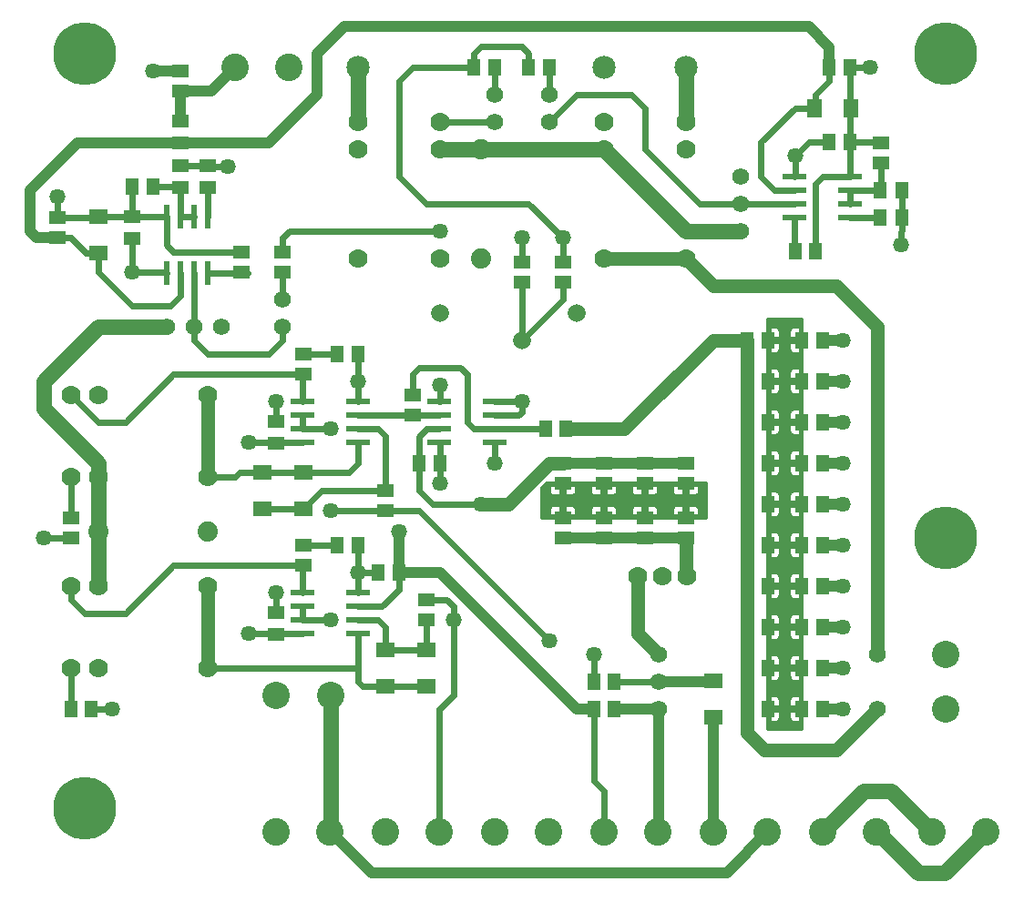
<source format=gbr>
G75*
%MOIN*%
%OFA0B0*%
%FSLAX25Y25*%
%IPPOS*%
%LPD*%
%AMOC8*
5,1,8,0,0,1.08239X$1,22.5*
%
%ADD10C,0.08500*%
%ADD11R,0.05118X0.06299*%
%ADD12C,0.10000*%
%ADD13R,0.06299X0.05118*%
%ADD14C,0.06200*%
%ADD15C,0.07400*%
%ADD16R,0.07087X0.05512*%
%ADD17R,0.05512X0.07087*%
%ADD18R,0.08661X0.02362*%
%ADD19R,0.02362X0.08661*%
%ADD20C,0.07000*%
%ADD21R,0.05906X0.05118*%
%ADD22R,0.05118X0.05906*%
%ADD23C,0.06543*%
%ADD24C,0.10079*%
%ADD25C,0.23000*%
%ADD26C,0.02400*%
%ADD27C,0.05756*%
%ADD28C,0.05000*%
%ADD29C,0.04000*%
%ADD30C,0.05600*%
%ADD31C,0.01200*%
%ADD32C,0.06600*%
D10*
X0132200Y0358333D03*
X0222200Y0358333D03*
X0252200Y0358333D03*
D11*
X0304513Y0330833D03*
X0312387Y0330833D03*
X0323263Y0313333D03*
X0331137Y0313333D03*
X0331137Y0303333D03*
X0323263Y0303333D03*
X0162387Y0213333D03*
X0154513Y0213333D03*
X0132387Y0183333D03*
X0124513Y0183333D03*
X0124513Y0253333D03*
X0132387Y0253333D03*
D12*
X0122200Y0128333D03*
X0102200Y0128333D03*
X0347200Y0123333D03*
X0347200Y0143333D03*
D13*
X0102200Y0150646D03*
X0102200Y0158520D03*
X0102200Y0220646D03*
X0102200Y0228520D03*
X0049700Y0295646D03*
X0049700Y0303520D03*
X0067200Y0314396D03*
X0067200Y0322270D03*
X0077200Y0322270D03*
X0077200Y0314396D03*
X0067200Y0330646D03*
X0067200Y0338520D03*
D14*
X0104700Y0273333D03*
X0104700Y0263333D03*
X0082200Y0263333D03*
X0072200Y0263333D03*
X0062200Y0263333D03*
X0182200Y0338333D03*
X0182200Y0348333D03*
X0202200Y0348333D03*
X0202200Y0338333D03*
X0272200Y0318333D03*
X0272200Y0308333D03*
X0272200Y0298333D03*
X0242200Y0143333D03*
X0242200Y0133333D03*
X0242200Y0123333D03*
X0322200Y0123333D03*
X0322200Y0143333D03*
D15*
X0177200Y0288333D03*
X0177200Y0328333D03*
X0077200Y0188333D03*
X0037200Y0188333D03*
D16*
X0097200Y0196640D03*
X0097200Y0210026D03*
X0112200Y0210026D03*
X0112200Y0196640D03*
X0142200Y0145026D03*
X0142200Y0131640D03*
X0157200Y0131640D03*
X0157200Y0145026D03*
X0262200Y0133776D03*
X0262200Y0120390D03*
X0037200Y0290390D03*
X0037200Y0303776D03*
D17*
X0299257Y0343333D03*
X0312643Y0343333D03*
D18*
X0312436Y0318333D03*
X0312436Y0313333D03*
X0312436Y0308333D03*
X0312436Y0303333D03*
X0291964Y0303333D03*
X0291964Y0308333D03*
X0291964Y0313333D03*
X0291964Y0318333D03*
X0182436Y0235833D03*
X0182436Y0230833D03*
X0182436Y0225833D03*
X0182436Y0220833D03*
X0161964Y0220833D03*
X0161964Y0225833D03*
X0161964Y0230833D03*
X0161964Y0235833D03*
X0132436Y0235833D03*
X0132436Y0230833D03*
X0132436Y0225833D03*
X0132436Y0220833D03*
X0111964Y0220833D03*
X0111964Y0225833D03*
X0111964Y0230833D03*
X0111964Y0235833D03*
X0111964Y0165833D03*
X0111964Y0160833D03*
X0111964Y0155833D03*
X0111964Y0150833D03*
X0132436Y0150833D03*
X0132436Y0155833D03*
X0132436Y0160833D03*
X0132436Y0165833D03*
D19*
X0077200Y0283097D03*
X0072200Y0283097D03*
X0067200Y0283097D03*
X0062200Y0283097D03*
X0062200Y0303570D03*
X0067200Y0303570D03*
X0072200Y0303570D03*
X0077200Y0303570D03*
D20*
X0132200Y0288333D03*
X0162200Y0288333D03*
X0162200Y0328333D03*
X0162200Y0338333D03*
X0132200Y0338333D03*
X0132200Y0328333D03*
X0222200Y0328333D03*
X0222200Y0338333D03*
X0252200Y0338333D03*
X0252200Y0328333D03*
X0252200Y0288333D03*
X0222200Y0288333D03*
X0234450Y0172083D03*
X0243450Y0172083D03*
X0252450Y0172083D03*
X0077200Y0168333D03*
X0077200Y0138333D03*
X0037200Y0138333D03*
X0027200Y0138333D03*
X0027200Y0168333D03*
X0037200Y0168333D03*
X0037200Y0208333D03*
X0027200Y0208333D03*
X0027200Y0238333D03*
X0037200Y0238333D03*
X0077200Y0238333D03*
X0077200Y0208333D03*
D21*
X0112200Y0183323D03*
X0112200Y0175843D03*
X0142200Y0195843D03*
X0142200Y0203323D03*
X0152200Y0230843D03*
X0152200Y0238323D03*
X0112200Y0245843D03*
X0112200Y0253323D03*
X0104700Y0283343D03*
X0104700Y0290823D03*
X0089700Y0290823D03*
X0089700Y0283343D03*
X0022200Y0295843D03*
X0022200Y0303323D03*
X0067200Y0349593D03*
X0067200Y0357073D03*
X0192200Y0287073D03*
X0192200Y0279593D03*
X0207200Y0279593D03*
X0207200Y0287073D03*
X0207200Y0213323D03*
X0207200Y0205843D03*
X0207200Y0193323D03*
X0207200Y0185843D03*
X0222200Y0185843D03*
X0222200Y0193323D03*
X0222200Y0205843D03*
X0222200Y0213323D03*
X0237200Y0213323D03*
X0237200Y0205843D03*
X0237200Y0193323D03*
X0237200Y0185843D03*
X0252200Y0185843D03*
X0252200Y0193323D03*
X0252200Y0205843D03*
X0252200Y0213323D03*
X0157200Y0163323D03*
X0157200Y0155843D03*
X0027200Y0185843D03*
X0027200Y0193323D03*
X0323450Y0323343D03*
X0323450Y0330823D03*
D22*
X0312190Y0358333D03*
X0304710Y0358333D03*
X0299690Y0290833D03*
X0292210Y0290833D03*
X0294710Y0258333D03*
X0302190Y0258333D03*
X0302190Y0243333D03*
X0294710Y0243333D03*
X0282190Y0243333D03*
X0274710Y0243333D03*
X0274710Y0228333D03*
X0282190Y0228333D03*
X0294710Y0228333D03*
X0302190Y0228333D03*
X0302190Y0213333D03*
X0294710Y0213333D03*
X0282190Y0213333D03*
X0274710Y0213333D03*
X0274710Y0198333D03*
X0282190Y0198333D03*
X0294710Y0198333D03*
X0302190Y0198333D03*
X0302190Y0183333D03*
X0294710Y0183333D03*
X0282190Y0183333D03*
X0274710Y0183333D03*
X0274710Y0168333D03*
X0282190Y0168333D03*
X0294710Y0168333D03*
X0302190Y0168333D03*
X0302190Y0153333D03*
X0294710Y0153333D03*
X0282190Y0153333D03*
X0274710Y0153333D03*
X0274710Y0138333D03*
X0282190Y0138333D03*
X0294710Y0138333D03*
X0302190Y0138333D03*
X0302190Y0123333D03*
X0294710Y0123333D03*
X0282190Y0123333D03*
X0274710Y0123333D03*
X0225940Y0123333D03*
X0218460Y0123333D03*
X0218460Y0133333D03*
X0225940Y0133333D03*
X0147190Y0173333D03*
X0139710Y0173333D03*
X0200960Y0225833D03*
X0208440Y0225833D03*
X0274710Y0258333D03*
X0282190Y0258333D03*
X0202190Y0358333D03*
X0194710Y0358333D03*
X0182190Y0358333D03*
X0174710Y0358333D03*
X0057190Y0314583D03*
X0049710Y0314583D03*
X0034690Y0123333D03*
X0027210Y0123333D03*
D23*
X0162200Y0268333D03*
X0192200Y0258333D03*
X0212200Y0268333D03*
D24*
X0107043Y0358333D03*
X0087357Y0358333D03*
X0102357Y0078333D03*
X0122043Y0078333D03*
X0142357Y0078333D03*
X0162043Y0078333D03*
X0182357Y0078333D03*
X0202043Y0078333D03*
X0222357Y0078333D03*
X0242043Y0078333D03*
X0262357Y0078333D03*
X0282043Y0078333D03*
X0302357Y0078333D03*
X0322043Y0078333D03*
X0342357Y0078333D03*
X0362043Y0078333D03*
D25*
X0032200Y0087083D03*
X0032200Y0363333D03*
X0347200Y0363333D03*
X0347200Y0185833D03*
D26*
X0299690Y0290833D02*
X0299690Y0315823D01*
X0302200Y0318333D01*
X0312436Y0318333D01*
X0312387Y0318383D01*
X0312387Y0330833D01*
X0312387Y0343077D01*
X0312643Y0343333D01*
X0312190Y0343786D01*
X0312190Y0358333D01*
X0319700Y0358333D01*
X0304710Y0358333D02*
X0304710Y0353343D01*
X0299700Y0348333D01*
X0299700Y0343776D01*
X0299257Y0343333D01*
X0292200Y0343333D01*
X0279700Y0330833D01*
X0279700Y0318333D01*
X0284700Y0313333D01*
X0291964Y0313333D01*
X0291964Y0308333D02*
X0272200Y0308333D01*
X0257200Y0308333D01*
X0237200Y0328333D01*
X0237200Y0343333D01*
X0232200Y0348333D01*
X0212200Y0348333D01*
X0202200Y0338333D01*
X0202200Y0348333D02*
X0202190Y0358333D01*
X0194710Y0358333D02*
X0194710Y0363323D01*
X0192200Y0365833D01*
X0177200Y0365833D01*
X0174700Y0363333D01*
X0174700Y0358343D01*
X0174710Y0358333D02*
X0152200Y0358333D01*
X0147200Y0353333D01*
X0147200Y0318333D01*
X0157200Y0308333D01*
X0194700Y0308333D01*
X0207200Y0295833D01*
X0207200Y0287073D01*
X0207200Y0279593D02*
X0207200Y0273333D01*
X0192200Y0258333D01*
X0192200Y0279593D01*
X0192200Y0287073D02*
X0192200Y0295833D01*
X0162200Y0298333D02*
X0107200Y0298333D01*
X0104700Y0295833D01*
X0104700Y0290823D01*
X0104700Y0283343D02*
X0104700Y0273333D01*
X0104700Y0263333D02*
X0104700Y0258333D01*
X0099700Y0253333D01*
X0077200Y0253333D01*
X0072200Y0258333D01*
X0072200Y0263333D01*
X0072200Y0283097D01*
X0067200Y0283097D02*
X0067200Y0274583D01*
X0063450Y0270833D01*
X0049700Y0270833D01*
X0037200Y0283333D01*
X0037200Y0290390D01*
X0032643Y0290390D01*
X0027190Y0295843D01*
X0022200Y0295843D01*
X0022200Y0303323D02*
X0036747Y0303323D01*
X0037200Y0303776D01*
X0037456Y0303520D01*
X0049700Y0303520D01*
X0049700Y0313323D01*
X0049710Y0314583D01*
X0057190Y0314583D02*
X0067013Y0314583D01*
X0067200Y0314396D01*
X0067200Y0303570D01*
X0072200Y0303570D01*
X0077200Y0303570D02*
X0077200Y0314396D01*
X0077387Y0322083D02*
X0077200Y0322270D01*
X0067200Y0322270D01*
X0077387Y0322083D02*
X0084700Y0322083D01*
X0062200Y0303570D02*
X0049749Y0303570D01*
X0049700Y0303520D01*
X0049700Y0295646D02*
X0049700Y0283333D01*
X0061964Y0283333D01*
X0062200Y0283097D01*
X0064710Y0290823D02*
X0062200Y0293333D01*
X0062200Y0303570D01*
X0064710Y0290823D02*
X0089700Y0290823D01*
X0089700Y0283343D02*
X0091954Y0283097D01*
X0077200Y0283097D01*
X0064700Y0245833D02*
X0112190Y0245833D01*
X0112200Y0245843D01*
X0111964Y0244357D01*
X0111964Y0235833D01*
X0111964Y0230833D02*
X0111964Y0225833D01*
X0122200Y0225833D01*
X0111964Y0220833D02*
X0102387Y0220833D01*
X0102200Y0220646D01*
X0102013Y0220833D01*
X0092200Y0220833D01*
X0102200Y0228520D02*
X0102200Y0235833D01*
X0112200Y0253323D02*
X0112210Y0253333D01*
X0124513Y0253333D01*
X0132200Y0251896D02*
X0132387Y0253333D01*
X0132200Y0251896D02*
X0132200Y0243333D01*
X0132200Y0236070D01*
X0132436Y0235833D01*
X0132436Y0230833D02*
X0152190Y0230833D01*
X0152200Y0230843D01*
X0161954Y0230843D01*
X0161964Y0230833D01*
X0161964Y0225833D02*
X0157200Y0225833D01*
X0154513Y0223146D01*
X0154513Y0213333D01*
X0154700Y0213146D01*
X0154700Y0203333D01*
X0159700Y0198333D01*
X0177200Y0198333D01*
X0182200Y0213333D02*
X0182200Y0220597D01*
X0182436Y0220833D01*
X0182436Y0225833D02*
X0174700Y0225833D01*
X0172200Y0228333D01*
X0172200Y0245833D01*
X0169700Y0248333D01*
X0154700Y0248333D01*
X0152200Y0245833D01*
X0152200Y0238323D01*
X0161964Y0235833D02*
X0162200Y0236070D01*
X0162200Y0242083D01*
X0182436Y0235833D02*
X0192200Y0235833D01*
X0192200Y0232083D01*
X0190950Y0230833D01*
X0182436Y0230833D01*
X0182436Y0225833D02*
X0200960Y0225833D01*
X0207190Y0213333D02*
X0207200Y0213323D01*
X0162387Y0213333D02*
X0162200Y0213146D01*
X0162200Y0205833D01*
X0162387Y0213333D02*
X0162387Y0220410D01*
X0161964Y0220833D01*
X0142200Y0223333D02*
X0142200Y0203323D01*
X0118883Y0203323D01*
X0112200Y0196640D01*
X0097200Y0196640D01*
X0087200Y0208333D02*
X0088893Y0210026D01*
X0097200Y0210026D01*
X0112200Y0210026D01*
X0128893Y0210026D01*
X0132200Y0213333D01*
X0132436Y0213570D01*
X0132436Y0220833D01*
X0132436Y0225833D02*
X0139700Y0225833D01*
X0142200Y0223333D01*
X0142200Y0195843D02*
X0122210Y0195843D01*
X0122200Y0195833D01*
X0124513Y0183333D02*
X0112210Y0183333D01*
X0112200Y0183323D01*
X0112200Y0175843D02*
X0111964Y0175607D01*
X0111964Y0165833D01*
X0111964Y0160833D02*
X0111964Y0155833D01*
X0122200Y0155833D01*
X0111964Y0150833D02*
X0102387Y0150833D01*
X0102200Y0150646D01*
X0102013Y0150833D01*
X0092200Y0150833D01*
X0102200Y0158520D02*
X0102200Y0165833D01*
X0112200Y0175843D02*
X0064710Y0175843D01*
X0047200Y0158333D01*
X0032200Y0158333D01*
X0027200Y0163333D01*
X0027200Y0168333D01*
X0027200Y0185843D02*
X0017200Y0185833D01*
X0027200Y0193323D02*
X0027210Y0198333D01*
X0027200Y0208333D01*
X0037200Y0228333D02*
X0047200Y0228333D01*
X0064700Y0245833D01*
X0037200Y0228333D02*
X0027200Y0238333D01*
X0077200Y0208333D02*
X0087200Y0208333D01*
X0132200Y0183146D02*
X0132200Y0173333D01*
X0139710Y0173333D01*
X0132200Y0173333D02*
X0132200Y0166070D01*
X0132436Y0165833D01*
X0132436Y0160833D02*
X0140950Y0160833D01*
X0147190Y0167073D01*
X0147190Y0173333D01*
X0157210Y0163333D02*
X0157200Y0163323D01*
X0157210Y0163333D02*
X0164700Y0163333D01*
X0167200Y0160833D01*
X0167200Y0155833D01*
X0167200Y0128333D01*
X0162043Y0123176D01*
X0162043Y0078333D01*
X0157200Y0131640D02*
X0142200Y0131640D01*
X0133893Y0131640D01*
X0132200Y0133333D01*
X0132200Y0138333D01*
X0077200Y0138333D01*
X0042200Y0123333D02*
X0034690Y0123333D01*
X0027210Y0123333D02*
X0027200Y0138333D01*
X0132200Y0138333D02*
X0132200Y0150597D01*
X0132436Y0150833D01*
X0132436Y0155833D02*
X0139700Y0155833D01*
X0142200Y0153333D01*
X0142200Y0145026D01*
X0157200Y0145026D01*
X0157200Y0155843D01*
X0132200Y0183146D02*
X0132387Y0183333D01*
X0142200Y0195843D02*
X0154690Y0195843D01*
X0202200Y0148333D01*
X0218450Y0143333D02*
X0218450Y0133343D01*
X0218460Y0133333D01*
X0225940Y0133333D02*
X0242200Y0133333D01*
X0218460Y0123333D02*
X0218460Y0097073D01*
X0222200Y0093333D01*
X0222200Y0078491D01*
X0222357Y0078333D01*
X0242043Y0078333D02*
X0242200Y0078491D01*
X0292210Y0290833D02*
X0291964Y0293579D01*
X0291964Y0303333D01*
X0291964Y0318333D02*
X0292200Y0318570D01*
X0292200Y0325833D01*
X0297200Y0330833D01*
X0304513Y0330833D01*
X0312387Y0330833D02*
X0323440Y0330833D01*
X0323450Y0330823D01*
X0323450Y0323343D02*
X0323450Y0313520D01*
X0323263Y0313333D01*
X0312436Y0313333D01*
X0312436Y0308333D01*
X0312436Y0303333D02*
X0323263Y0303333D01*
X0331137Y0303333D02*
X0331137Y0313333D01*
X0331137Y0303333D02*
X0330950Y0293333D01*
X0182200Y0338333D02*
X0162200Y0338333D01*
X0182200Y0348333D02*
X0182190Y0358333D01*
X0022200Y0310833D02*
X0022200Y0303323D01*
D27*
X0022200Y0310833D03*
X0049700Y0283333D03*
X0084700Y0322083D03*
X0057200Y0357083D03*
X0162200Y0298333D03*
X0192200Y0295833D03*
X0207200Y0295833D03*
X0162200Y0242083D03*
X0132200Y0243333D03*
X0122200Y0225833D03*
X0102200Y0235833D03*
X0092200Y0220833D03*
X0122200Y0195833D03*
X0132200Y0173333D03*
X0147200Y0188333D03*
X0162200Y0205833D03*
X0177200Y0198333D03*
X0182200Y0213333D03*
X0192200Y0235833D03*
X0167200Y0155833D03*
X0202200Y0148333D03*
X0218450Y0143333D03*
X0309700Y0138333D03*
X0309700Y0153333D03*
X0309700Y0168333D03*
X0309700Y0183333D03*
X0309700Y0198333D03*
X0309700Y0213333D03*
X0309700Y0228333D03*
X0309700Y0243333D03*
X0309700Y0258333D03*
X0330950Y0293333D03*
X0292200Y0325833D03*
X0319700Y0358333D03*
X0122200Y0155833D03*
X0102200Y0165833D03*
X0092200Y0150833D03*
X0042200Y0123333D03*
X0017200Y0185833D03*
X0309700Y0123333D03*
D28*
X0322200Y0123333D02*
X0307200Y0108333D01*
X0280950Y0108333D01*
X0274710Y0114573D01*
X0274710Y0123333D01*
X0274710Y0138333D01*
X0274710Y0153333D01*
X0274710Y0168333D01*
X0274710Y0183333D01*
X0274710Y0198333D01*
X0274710Y0213333D01*
X0274710Y0228333D01*
X0274710Y0243333D01*
X0274710Y0258333D01*
X0262200Y0258333D01*
X0229700Y0225833D01*
X0208440Y0225833D01*
X0207190Y0213333D02*
X0202200Y0213333D01*
X0187200Y0198333D01*
X0177200Y0198333D01*
X0234450Y0172083D02*
X0234450Y0151083D01*
X0242200Y0143333D01*
X0252450Y0172083D02*
X0252200Y0172333D01*
X0252200Y0185843D01*
X0322200Y0143333D02*
X0322200Y0263333D01*
X0307200Y0278333D01*
X0262200Y0278333D01*
X0252200Y0288333D01*
X0222200Y0288333D01*
X0077200Y0238333D02*
X0077200Y0208333D01*
X0077200Y0168333D02*
X0077200Y0138333D01*
D29*
X0122043Y0078333D02*
X0122200Y0078333D01*
X0137200Y0063333D01*
X0267200Y0063333D01*
X0282043Y0078176D01*
X0282043Y0078333D01*
X0262357Y0078333D02*
X0262357Y0120233D01*
X0262200Y0120390D01*
X0261757Y0133333D02*
X0262200Y0133776D01*
X0261757Y0133333D02*
X0242200Y0133333D01*
X0242200Y0123333D02*
X0242200Y0078491D01*
X0242200Y0123333D02*
X0225940Y0123333D01*
X0218460Y0123333D02*
X0212200Y0123333D01*
X0162200Y0173333D01*
X0147190Y0173333D01*
X0147190Y0184593D01*
X0147200Y0188333D01*
X0207200Y0185843D02*
X0222200Y0185843D01*
X0237200Y0185843D01*
X0252200Y0185843D01*
X0252200Y0213323D02*
X0237200Y0213323D01*
X0222200Y0213323D01*
X0207200Y0213323D01*
X0302190Y0213333D02*
X0309700Y0213333D01*
X0309700Y0198333D02*
X0302190Y0198333D01*
X0302190Y0183333D02*
X0309700Y0183333D01*
X0309700Y0168333D02*
X0302190Y0168333D01*
X0302190Y0153333D02*
X0309700Y0153333D01*
X0309700Y0138333D02*
X0302190Y0138333D01*
X0302190Y0123333D02*
X0309700Y0123333D01*
X0309700Y0228333D02*
X0302190Y0228333D01*
X0302190Y0243333D02*
X0309700Y0243333D01*
X0309700Y0258333D02*
X0302190Y0258333D01*
X0304710Y0358333D02*
X0304710Y0365823D01*
X0297200Y0373333D01*
X0127200Y0373333D01*
X0117200Y0363333D01*
X0117200Y0348333D01*
X0099513Y0330646D01*
X0067200Y0330646D01*
X0029513Y0330646D01*
X0012200Y0313333D01*
X0012200Y0298333D01*
X0014690Y0295843D01*
X0022200Y0295843D01*
X0067200Y0338520D02*
X0067200Y0349593D01*
X0078617Y0349593D01*
X0087357Y0358333D01*
X0067200Y0357073D02*
X0057200Y0357083D01*
X0174700Y0358343D02*
X0174710Y0358333D01*
D30*
X0177200Y0328333D02*
X0162200Y0328333D01*
X0177200Y0328333D02*
X0222200Y0328333D01*
X0252200Y0298333D01*
X0272200Y0298333D01*
X0252200Y0338333D02*
X0252200Y0358333D01*
X0132200Y0358333D02*
X0132200Y0338333D01*
X0062200Y0263333D02*
X0037200Y0263333D01*
X0017200Y0243333D01*
X0017200Y0233333D01*
X0037200Y0213333D01*
X0037200Y0208333D01*
X0037200Y0188333D01*
X0037200Y0168333D01*
X0122200Y0128333D02*
X0122200Y0078333D01*
X0302357Y0078491D02*
X0317200Y0093333D01*
X0327357Y0093333D01*
X0342357Y0078333D01*
X0347043Y0063333D02*
X0337200Y0063333D01*
X0322200Y0078333D01*
X0347043Y0063333D02*
X0362043Y0078333D01*
D31*
X0294700Y0115833D02*
X0282200Y0115833D01*
X0282200Y0122733D01*
X0282790Y0122733D01*
X0282790Y0118281D01*
X0285026Y0118281D01*
X0285560Y0118424D01*
X0286039Y0118700D01*
X0286430Y0119091D01*
X0286706Y0119570D01*
X0286849Y0120104D01*
X0286849Y0122733D01*
X0282790Y0122733D01*
X0282790Y0123933D01*
X0286849Y0123933D01*
X0286849Y0126563D01*
X0286706Y0127097D01*
X0286430Y0127576D01*
X0286039Y0127966D01*
X0285560Y0128243D01*
X0285026Y0128386D01*
X0282790Y0128386D01*
X0282790Y0123933D01*
X0282200Y0123933D01*
X0282200Y0137733D01*
X0282790Y0137733D01*
X0282790Y0133281D01*
X0285026Y0133281D01*
X0285560Y0133424D01*
X0286039Y0133700D01*
X0286430Y0134091D01*
X0286706Y0134570D01*
X0286849Y0135104D01*
X0286849Y0137733D01*
X0282790Y0137733D01*
X0282790Y0138933D01*
X0286849Y0138933D01*
X0286849Y0141563D01*
X0286706Y0142097D01*
X0286430Y0142576D01*
X0286039Y0142966D01*
X0285560Y0143243D01*
X0285026Y0143386D01*
X0282790Y0143386D01*
X0282790Y0138933D01*
X0282200Y0138933D01*
X0282200Y0152733D01*
X0282790Y0152733D01*
X0282790Y0148281D01*
X0285026Y0148281D01*
X0285560Y0148424D01*
X0286039Y0148700D01*
X0286430Y0149091D01*
X0286706Y0149570D01*
X0286849Y0150104D01*
X0286849Y0152733D01*
X0282790Y0152733D01*
X0282790Y0153933D01*
X0286849Y0153933D01*
X0286849Y0156563D01*
X0286706Y0157097D01*
X0286430Y0157576D01*
X0286039Y0157966D01*
X0285560Y0158243D01*
X0285026Y0158386D01*
X0282790Y0158386D01*
X0282790Y0153933D01*
X0282200Y0153933D01*
X0282200Y0167733D01*
X0282790Y0167733D01*
X0282790Y0163281D01*
X0285026Y0163281D01*
X0285560Y0163424D01*
X0286039Y0163700D01*
X0286430Y0164091D01*
X0286706Y0164570D01*
X0286849Y0165104D01*
X0286849Y0167733D01*
X0282790Y0167733D01*
X0282790Y0168933D01*
X0286849Y0168933D01*
X0286849Y0171563D01*
X0286706Y0172097D01*
X0286430Y0172576D01*
X0286039Y0172966D01*
X0285560Y0173243D01*
X0285026Y0173386D01*
X0282790Y0173386D01*
X0282790Y0168933D01*
X0282200Y0168933D01*
X0282200Y0182733D01*
X0282790Y0182733D01*
X0282790Y0178281D01*
X0285026Y0178281D01*
X0285560Y0178424D01*
X0286039Y0178700D01*
X0286430Y0179091D01*
X0286706Y0179570D01*
X0286849Y0180104D01*
X0286849Y0182733D01*
X0282790Y0182733D01*
X0282790Y0183933D01*
X0286849Y0183933D01*
X0286849Y0186563D01*
X0286706Y0187097D01*
X0286430Y0187576D01*
X0286039Y0187966D01*
X0285560Y0188243D01*
X0285026Y0188386D01*
X0282790Y0188386D01*
X0282790Y0183933D01*
X0282200Y0183933D01*
X0282200Y0197733D01*
X0282790Y0197733D01*
X0282790Y0193281D01*
X0285026Y0193281D01*
X0285560Y0193424D01*
X0286039Y0193700D01*
X0286430Y0194091D01*
X0286706Y0194570D01*
X0286849Y0195104D01*
X0286849Y0197733D01*
X0282790Y0197733D01*
X0282790Y0198933D01*
X0286849Y0198933D01*
X0286849Y0201563D01*
X0286706Y0202097D01*
X0286430Y0202576D01*
X0286039Y0202966D01*
X0285560Y0203243D01*
X0285026Y0203386D01*
X0282790Y0203386D01*
X0282790Y0198933D01*
X0282200Y0198933D01*
X0282200Y0212733D01*
X0282790Y0212733D01*
X0282790Y0208281D01*
X0285026Y0208281D01*
X0285560Y0208424D01*
X0286039Y0208700D01*
X0286430Y0209091D01*
X0286706Y0209570D01*
X0286849Y0210104D01*
X0286849Y0212733D01*
X0282790Y0212733D01*
X0282790Y0213933D01*
X0286849Y0213933D01*
X0286849Y0216563D01*
X0286706Y0217097D01*
X0286430Y0217576D01*
X0286039Y0217966D01*
X0285560Y0218243D01*
X0285026Y0218386D01*
X0282790Y0218386D01*
X0282790Y0213933D01*
X0282200Y0213933D01*
X0282200Y0227733D01*
X0282790Y0227733D01*
X0282790Y0223281D01*
X0285026Y0223281D01*
X0285560Y0223424D01*
X0286039Y0223700D01*
X0286430Y0224091D01*
X0286706Y0224570D01*
X0286849Y0225104D01*
X0286849Y0227733D01*
X0282790Y0227733D01*
X0282790Y0228933D01*
X0286849Y0228933D01*
X0286849Y0231563D01*
X0286706Y0232097D01*
X0286430Y0232576D01*
X0286039Y0232966D01*
X0285560Y0233243D01*
X0285026Y0233386D01*
X0282790Y0233386D01*
X0282790Y0228933D01*
X0282200Y0228933D01*
X0282200Y0242733D01*
X0282790Y0242733D01*
X0282790Y0238281D01*
X0285026Y0238281D01*
X0285560Y0238424D01*
X0286039Y0238700D01*
X0286430Y0239091D01*
X0286706Y0239570D01*
X0286849Y0240104D01*
X0286849Y0242733D01*
X0282790Y0242733D01*
X0282790Y0243933D01*
X0286849Y0243933D01*
X0286849Y0246563D01*
X0286706Y0247097D01*
X0286430Y0247576D01*
X0286039Y0247966D01*
X0285560Y0248243D01*
X0285026Y0248386D01*
X0282790Y0248386D01*
X0282790Y0243933D01*
X0282200Y0243933D01*
X0282200Y0257733D01*
X0282790Y0257733D01*
X0282790Y0253281D01*
X0285026Y0253281D01*
X0285560Y0253424D01*
X0286039Y0253700D01*
X0286430Y0254091D01*
X0286706Y0254570D01*
X0286849Y0255104D01*
X0286849Y0257733D01*
X0282790Y0257733D01*
X0282790Y0258933D01*
X0286849Y0258933D01*
X0286849Y0261563D01*
X0286706Y0262097D01*
X0286430Y0262576D01*
X0286039Y0262966D01*
X0285560Y0263243D01*
X0285026Y0263386D01*
X0282790Y0263386D01*
X0282790Y0258933D01*
X0282200Y0258933D01*
X0282200Y0265833D01*
X0294700Y0265833D01*
X0294700Y0258933D01*
X0294110Y0258933D01*
X0294110Y0257733D01*
X0294700Y0257733D01*
X0294700Y0243933D01*
X0294110Y0243933D01*
X0294110Y0242733D01*
X0294700Y0242733D01*
X0294700Y0228933D01*
X0294110Y0228933D01*
X0294110Y0227733D01*
X0294700Y0227733D01*
X0294700Y0213933D01*
X0294110Y0213933D01*
X0294110Y0212733D01*
X0294700Y0212733D01*
X0294700Y0198933D01*
X0294110Y0198933D01*
X0294110Y0197733D01*
X0294700Y0197733D01*
X0294700Y0183933D01*
X0294110Y0183933D01*
X0294110Y0182733D01*
X0294700Y0182733D01*
X0294700Y0168933D01*
X0294110Y0168933D01*
X0294110Y0167733D01*
X0294700Y0167733D01*
X0294700Y0153933D01*
X0294110Y0153933D01*
X0294110Y0152733D01*
X0294700Y0152733D01*
X0294700Y0138933D01*
X0294110Y0138933D01*
X0294110Y0137733D01*
X0294700Y0137733D01*
X0294700Y0123933D01*
X0294110Y0123933D01*
X0294110Y0122733D01*
X0294700Y0122733D01*
X0294700Y0115833D01*
X0294700Y0116854D02*
X0282200Y0116854D01*
X0282200Y0118053D02*
X0294700Y0118053D01*
X0294110Y0118281D02*
X0294110Y0122733D01*
X0290051Y0122733D01*
X0290051Y0120104D01*
X0290194Y0119570D01*
X0290470Y0119091D01*
X0290861Y0118700D01*
X0291340Y0118424D01*
X0291874Y0118281D01*
X0294110Y0118281D01*
X0294110Y0119251D02*
X0294700Y0119251D01*
X0294700Y0120450D02*
X0294110Y0120450D01*
X0294110Y0121648D02*
X0294700Y0121648D01*
X0294110Y0122847D02*
X0282790Y0122847D01*
X0282790Y0124045D02*
X0282200Y0124045D01*
X0282200Y0125244D02*
X0282790Y0125244D01*
X0282790Y0126443D02*
X0282200Y0126443D01*
X0282200Y0127641D02*
X0282790Y0127641D01*
X0282200Y0128840D02*
X0294700Y0128840D01*
X0294110Y0128386D02*
X0291874Y0128386D01*
X0291340Y0128243D01*
X0290861Y0127966D01*
X0290470Y0127576D01*
X0290194Y0127097D01*
X0290051Y0126563D01*
X0290051Y0123933D01*
X0294110Y0123933D01*
X0294110Y0128386D01*
X0294110Y0127641D02*
X0294700Y0127641D01*
X0294700Y0126443D02*
X0294110Y0126443D01*
X0294110Y0125244D02*
X0294700Y0125244D01*
X0294700Y0124045D02*
X0294110Y0124045D01*
X0290051Y0124045D02*
X0286849Y0124045D01*
X0286849Y0125244D02*
X0290051Y0125244D01*
X0290051Y0126443D02*
X0286849Y0126443D01*
X0286364Y0127641D02*
X0290536Y0127641D01*
X0294700Y0130038D02*
X0282200Y0130038D01*
X0282200Y0131237D02*
X0294700Y0131237D01*
X0294700Y0132435D02*
X0282200Y0132435D01*
X0282200Y0133634D02*
X0282790Y0133634D01*
X0282790Y0134832D02*
X0282200Y0134832D01*
X0282200Y0136031D02*
X0282790Y0136031D01*
X0282790Y0137229D02*
X0282200Y0137229D01*
X0282790Y0138428D02*
X0294110Y0138428D01*
X0294110Y0138933D02*
X0290051Y0138933D01*
X0290051Y0141563D01*
X0290194Y0142097D01*
X0290470Y0142576D01*
X0290861Y0142966D01*
X0291340Y0143243D01*
X0291874Y0143386D01*
X0294110Y0143386D01*
X0294110Y0138933D01*
X0294110Y0139626D02*
X0294700Y0139626D01*
X0294700Y0140825D02*
X0294110Y0140825D01*
X0294110Y0142023D02*
X0294700Y0142023D01*
X0294700Y0143222D02*
X0294110Y0143222D01*
X0294700Y0144420D02*
X0282200Y0144420D01*
X0282200Y0143222D02*
X0282790Y0143222D01*
X0282790Y0142023D02*
X0282200Y0142023D01*
X0282200Y0140825D02*
X0282790Y0140825D01*
X0282790Y0139626D02*
X0282200Y0139626D01*
X0286849Y0139626D02*
X0290051Y0139626D01*
X0290051Y0140825D02*
X0286849Y0140825D01*
X0286726Y0142023D02*
X0290174Y0142023D01*
X0291303Y0143222D02*
X0285597Y0143222D01*
X0282200Y0145619D02*
X0294700Y0145619D01*
X0294700Y0146817D02*
X0282200Y0146817D01*
X0282200Y0148016D02*
X0294700Y0148016D01*
X0294110Y0148281D02*
X0294110Y0152733D01*
X0290051Y0152733D01*
X0290051Y0150104D01*
X0290194Y0149570D01*
X0290470Y0149091D01*
X0290861Y0148700D01*
X0291340Y0148424D01*
X0291874Y0148281D01*
X0294110Y0148281D01*
X0294110Y0149214D02*
X0294700Y0149214D01*
X0294700Y0150413D02*
X0294110Y0150413D01*
X0294110Y0151611D02*
X0294700Y0151611D01*
X0294110Y0152810D02*
X0282790Y0152810D01*
X0282790Y0154008D02*
X0282200Y0154008D01*
X0282200Y0155207D02*
X0282790Y0155207D01*
X0282790Y0156405D02*
X0282200Y0156405D01*
X0282200Y0157604D02*
X0282790Y0157604D01*
X0282200Y0158802D02*
X0294700Y0158802D01*
X0294110Y0158386D02*
X0291874Y0158386D01*
X0291340Y0158243D01*
X0290861Y0157966D01*
X0290470Y0157576D01*
X0290194Y0157097D01*
X0290051Y0156563D01*
X0290051Y0153933D01*
X0294110Y0153933D01*
X0294110Y0158386D01*
X0294110Y0157604D02*
X0294700Y0157604D01*
X0294700Y0156405D02*
X0294110Y0156405D01*
X0294110Y0155207D02*
X0294700Y0155207D01*
X0294700Y0154008D02*
X0294110Y0154008D01*
X0290051Y0154008D02*
X0286849Y0154008D01*
X0286849Y0155207D02*
X0290051Y0155207D01*
X0290051Y0156405D02*
X0286849Y0156405D01*
X0286401Y0157604D02*
X0290499Y0157604D01*
X0294700Y0160001D02*
X0282200Y0160001D01*
X0282200Y0161199D02*
X0294700Y0161199D01*
X0294700Y0162398D02*
X0282200Y0162398D01*
X0282200Y0163596D02*
X0282790Y0163596D01*
X0282790Y0164795D02*
X0282200Y0164795D01*
X0282200Y0165993D02*
X0282790Y0165993D01*
X0282790Y0167192D02*
X0282200Y0167192D01*
X0282790Y0168390D02*
X0294110Y0168390D01*
X0294110Y0168933D02*
X0290051Y0168933D01*
X0290051Y0171563D01*
X0290194Y0172097D01*
X0290470Y0172576D01*
X0290861Y0172966D01*
X0291340Y0173243D01*
X0291874Y0173386D01*
X0294110Y0173386D01*
X0294110Y0168933D01*
X0294110Y0169589D02*
X0294700Y0169589D01*
X0294700Y0170787D02*
X0294110Y0170787D01*
X0294110Y0171986D02*
X0294700Y0171986D01*
X0294700Y0173184D02*
X0294110Y0173184D01*
X0294700Y0174383D02*
X0282200Y0174383D01*
X0282200Y0175581D02*
X0294700Y0175581D01*
X0294700Y0176780D02*
X0282200Y0176780D01*
X0282200Y0177979D02*
X0294700Y0177979D01*
X0294110Y0178281D02*
X0294110Y0182733D01*
X0290051Y0182733D01*
X0290051Y0180104D01*
X0290194Y0179570D01*
X0290470Y0179091D01*
X0290861Y0178700D01*
X0291340Y0178424D01*
X0291874Y0178281D01*
X0294110Y0178281D01*
X0294110Y0179177D02*
X0294700Y0179177D01*
X0294700Y0180376D02*
X0294110Y0180376D01*
X0294110Y0181574D02*
X0294700Y0181574D01*
X0294110Y0182773D02*
X0282790Y0182773D01*
X0282790Y0183971D02*
X0282200Y0183971D01*
X0282200Y0185170D02*
X0282790Y0185170D01*
X0282790Y0186368D02*
X0282200Y0186368D01*
X0282200Y0187567D02*
X0282790Y0187567D01*
X0282200Y0188765D02*
X0294700Y0188765D01*
X0294110Y0188386D02*
X0291874Y0188386D01*
X0291340Y0188243D01*
X0290861Y0187966D01*
X0290470Y0187576D01*
X0290194Y0187097D01*
X0290051Y0186563D01*
X0290051Y0183933D01*
X0294110Y0183933D01*
X0294110Y0188386D01*
X0294110Y0187567D02*
X0294700Y0187567D01*
X0294700Y0186368D02*
X0294110Y0186368D01*
X0294110Y0185170D02*
X0294700Y0185170D01*
X0294700Y0183971D02*
X0294110Y0183971D01*
X0290051Y0183971D02*
X0286849Y0183971D01*
X0286849Y0185170D02*
X0290051Y0185170D01*
X0290051Y0186368D02*
X0286849Y0186368D01*
X0286435Y0187567D02*
X0290465Y0187567D01*
X0294700Y0189964D02*
X0282200Y0189964D01*
X0282200Y0191162D02*
X0294700Y0191162D01*
X0294700Y0192361D02*
X0282200Y0192361D01*
X0282200Y0193559D02*
X0282790Y0193559D01*
X0282790Y0194758D02*
X0282200Y0194758D01*
X0282200Y0195956D02*
X0282790Y0195956D01*
X0282790Y0197155D02*
X0282200Y0197155D01*
X0282790Y0198353D02*
X0294110Y0198353D01*
X0294110Y0198933D02*
X0290051Y0198933D01*
X0290051Y0201563D01*
X0290194Y0202097D01*
X0290470Y0202576D01*
X0290861Y0202966D01*
X0291340Y0203243D01*
X0291874Y0203386D01*
X0294110Y0203386D01*
X0294110Y0198933D01*
X0294110Y0199552D02*
X0294700Y0199552D01*
X0294700Y0200750D02*
X0294110Y0200750D01*
X0294110Y0201949D02*
X0294700Y0201949D01*
X0294700Y0203147D02*
X0294110Y0203147D01*
X0294700Y0204346D02*
X0282200Y0204346D01*
X0282200Y0205544D02*
X0294700Y0205544D01*
X0294700Y0206743D02*
X0282200Y0206743D01*
X0282200Y0207941D02*
X0294700Y0207941D01*
X0294110Y0208281D02*
X0294110Y0212733D01*
X0290051Y0212733D01*
X0290051Y0210104D01*
X0290194Y0209570D01*
X0290470Y0209091D01*
X0290861Y0208700D01*
X0291340Y0208424D01*
X0291874Y0208281D01*
X0294110Y0208281D01*
X0294110Y0209140D02*
X0294700Y0209140D01*
X0294700Y0210338D02*
X0294110Y0210338D01*
X0294110Y0211537D02*
X0294700Y0211537D01*
X0294110Y0212735D02*
X0282790Y0212735D01*
X0282790Y0211537D02*
X0282200Y0211537D01*
X0282200Y0210338D02*
X0282790Y0210338D01*
X0282790Y0209140D02*
X0282200Y0209140D01*
X0286458Y0209140D02*
X0290442Y0209140D01*
X0290051Y0210338D02*
X0286849Y0210338D01*
X0286849Y0211537D02*
X0290051Y0211537D01*
X0290051Y0213933D02*
X0294110Y0213933D01*
X0294110Y0218386D01*
X0291874Y0218386D01*
X0291340Y0218243D01*
X0290861Y0217966D01*
X0290470Y0217576D01*
X0290194Y0217097D01*
X0290051Y0216563D01*
X0290051Y0213933D01*
X0290051Y0213934D02*
X0286849Y0213934D01*
X0286849Y0215132D02*
X0290051Y0215132D01*
X0290051Y0216331D02*
X0286849Y0216331D01*
X0286456Y0217529D02*
X0290444Y0217529D01*
X0294110Y0217529D02*
X0294700Y0217529D01*
X0294700Y0216331D02*
X0294110Y0216331D01*
X0294110Y0215132D02*
X0294700Y0215132D01*
X0294700Y0213934D02*
X0294110Y0213934D01*
X0294700Y0218728D02*
X0282200Y0218728D01*
X0282200Y0219926D02*
X0294700Y0219926D01*
X0294700Y0221125D02*
X0282200Y0221125D01*
X0282200Y0222323D02*
X0294700Y0222323D01*
X0294110Y0223281D02*
X0294110Y0227733D01*
X0290051Y0227733D01*
X0290051Y0225104D01*
X0290194Y0224570D01*
X0290470Y0224091D01*
X0290861Y0223700D01*
X0291340Y0223424D01*
X0291874Y0223281D01*
X0294110Y0223281D01*
X0294110Y0223522D02*
X0294700Y0223522D01*
X0294700Y0224720D02*
X0294110Y0224720D01*
X0294110Y0225919D02*
X0294700Y0225919D01*
X0294700Y0227117D02*
X0294110Y0227117D01*
X0294110Y0228316D02*
X0282790Y0228316D01*
X0282790Y0229514D02*
X0282200Y0229514D01*
X0282200Y0230713D02*
X0282790Y0230713D01*
X0282790Y0231912D02*
X0282200Y0231912D01*
X0282200Y0233110D02*
X0282790Y0233110D01*
X0282200Y0234309D02*
X0294700Y0234309D01*
X0294110Y0233386D02*
X0291874Y0233386D01*
X0291340Y0233243D01*
X0290861Y0232966D01*
X0290470Y0232576D01*
X0290194Y0232097D01*
X0290051Y0231563D01*
X0290051Y0228933D01*
X0294110Y0228933D01*
X0294110Y0233386D01*
X0294110Y0233110D02*
X0294700Y0233110D01*
X0294700Y0231912D02*
X0294110Y0231912D01*
X0294110Y0230713D02*
X0294700Y0230713D01*
X0294700Y0229514D02*
X0294110Y0229514D01*
X0290051Y0229514D02*
X0286849Y0229514D01*
X0286849Y0230713D02*
X0290051Y0230713D01*
X0290144Y0231912D02*
X0286756Y0231912D01*
X0285790Y0233110D02*
X0291110Y0233110D01*
X0294700Y0235507D02*
X0282200Y0235507D01*
X0282200Y0236706D02*
X0294700Y0236706D01*
X0294700Y0237904D02*
X0282200Y0237904D01*
X0282200Y0239103D02*
X0282790Y0239103D01*
X0282790Y0240301D02*
X0282200Y0240301D01*
X0282200Y0241500D02*
X0282790Y0241500D01*
X0282790Y0242698D02*
X0282200Y0242698D01*
X0282790Y0243897D02*
X0294110Y0243897D01*
X0294110Y0243933D02*
X0290051Y0243933D01*
X0290051Y0246563D01*
X0290194Y0247097D01*
X0290470Y0247576D01*
X0290861Y0247966D01*
X0291340Y0248243D01*
X0291874Y0248386D01*
X0294110Y0248386D01*
X0294110Y0243933D01*
X0294110Y0245095D02*
X0294700Y0245095D01*
X0294700Y0246294D02*
X0294110Y0246294D01*
X0294110Y0247492D02*
X0294700Y0247492D01*
X0294700Y0248691D02*
X0282200Y0248691D01*
X0282200Y0249889D02*
X0294700Y0249889D01*
X0294700Y0251088D02*
X0282200Y0251088D01*
X0282200Y0252286D02*
X0294700Y0252286D01*
X0294110Y0253281D02*
X0294110Y0257733D01*
X0290051Y0257733D01*
X0290051Y0255104D01*
X0290194Y0254570D01*
X0290470Y0254091D01*
X0290861Y0253700D01*
X0291340Y0253424D01*
X0291874Y0253281D01*
X0294110Y0253281D01*
X0294110Y0253485D02*
X0294700Y0253485D01*
X0294700Y0254683D02*
X0294110Y0254683D01*
X0294110Y0255882D02*
X0294700Y0255882D01*
X0294700Y0257080D02*
X0294110Y0257080D01*
X0294110Y0258279D02*
X0282790Y0258279D01*
X0282790Y0259477D02*
X0282200Y0259477D01*
X0282200Y0260676D02*
X0282790Y0260676D01*
X0282790Y0261874D02*
X0282200Y0261874D01*
X0282200Y0263073D02*
X0282790Y0263073D01*
X0282200Y0264271D02*
X0294700Y0264271D01*
X0294110Y0263386D02*
X0291874Y0263386D01*
X0291340Y0263243D01*
X0290861Y0262966D01*
X0290470Y0262576D01*
X0290194Y0262097D01*
X0290051Y0261563D01*
X0290051Y0258933D01*
X0294110Y0258933D01*
X0294110Y0263386D01*
X0294110Y0263073D02*
X0294700Y0263073D01*
X0294700Y0261874D02*
X0294110Y0261874D01*
X0294110Y0260676D02*
X0294700Y0260676D01*
X0294700Y0259477D02*
X0294110Y0259477D01*
X0290051Y0259477D02*
X0286849Y0259477D01*
X0286849Y0260676D02*
X0290051Y0260676D01*
X0290134Y0261874D02*
X0286766Y0261874D01*
X0285855Y0263073D02*
X0291045Y0263073D01*
X0294700Y0265470D02*
X0282200Y0265470D01*
X0282200Y0257080D02*
X0282790Y0257080D01*
X0282790Y0255882D02*
X0282200Y0255882D01*
X0282200Y0254683D02*
X0282790Y0254683D01*
X0282790Y0253485D02*
X0282200Y0253485D01*
X0285665Y0253485D02*
X0291234Y0253485D01*
X0290164Y0254683D02*
X0286736Y0254683D01*
X0286849Y0255882D02*
X0290051Y0255882D01*
X0290051Y0257080D02*
X0286849Y0257080D01*
X0286478Y0247492D02*
X0290422Y0247492D01*
X0290051Y0246294D02*
X0286849Y0246294D01*
X0286849Y0245095D02*
X0290051Y0245095D01*
X0290051Y0242733D02*
X0290051Y0240104D01*
X0290194Y0239570D01*
X0290470Y0239091D01*
X0290861Y0238700D01*
X0291340Y0238424D01*
X0291874Y0238281D01*
X0294110Y0238281D01*
X0294110Y0242733D01*
X0290051Y0242733D01*
X0290051Y0242698D02*
X0286849Y0242698D01*
X0286849Y0241500D02*
X0290051Y0241500D01*
X0290051Y0240301D02*
X0286849Y0240301D01*
X0286436Y0239103D02*
X0290464Y0239103D01*
X0294110Y0239103D02*
X0294700Y0239103D01*
X0294700Y0240301D02*
X0294110Y0240301D01*
X0294110Y0241500D02*
X0294700Y0241500D01*
X0294700Y0242698D02*
X0294110Y0242698D01*
X0282790Y0245095D02*
X0282200Y0245095D01*
X0282200Y0246294D02*
X0282790Y0246294D01*
X0282790Y0247492D02*
X0282200Y0247492D01*
X0282200Y0227117D02*
X0282790Y0227117D01*
X0282790Y0225919D02*
X0282200Y0225919D01*
X0282200Y0224720D02*
X0282790Y0224720D01*
X0282790Y0223522D02*
X0282200Y0223522D01*
X0285730Y0223522D02*
X0291170Y0223522D01*
X0290154Y0224720D02*
X0286746Y0224720D01*
X0286849Y0225919D02*
X0290051Y0225919D01*
X0290051Y0227117D02*
X0286849Y0227117D01*
X0282790Y0217529D02*
X0282200Y0217529D01*
X0282200Y0216331D02*
X0282790Y0216331D01*
X0282790Y0215132D02*
X0282200Y0215132D01*
X0282200Y0213934D02*
X0282790Y0213934D01*
X0282790Y0203147D02*
X0282200Y0203147D01*
X0282200Y0201949D02*
X0282790Y0201949D01*
X0282790Y0200750D02*
X0282200Y0200750D01*
X0282200Y0199552D02*
X0282790Y0199552D01*
X0286849Y0199552D02*
X0290051Y0199552D01*
X0290051Y0200750D02*
X0286849Y0200750D01*
X0286746Y0201949D02*
X0290154Y0201949D01*
X0291174Y0203147D02*
X0285726Y0203147D01*
X0286849Y0197155D02*
X0290051Y0197155D01*
X0290051Y0197733D02*
X0290051Y0195104D01*
X0290194Y0194570D01*
X0290470Y0194091D01*
X0290861Y0193700D01*
X0291340Y0193424D01*
X0291874Y0193281D01*
X0294110Y0193281D01*
X0294110Y0197733D01*
X0290051Y0197733D01*
X0290051Y0195956D02*
X0286849Y0195956D01*
X0286756Y0194758D02*
X0290144Y0194758D01*
X0291106Y0193559D02*
X0285794Y0193559D01*
X0294110Y0193559D02*
X0294700Y0193559D01*
X0294700Y0194758D02*
X0294110Y0194758D01*
X0294110Y0195956D02*
X0294700Y0195956D01*
X0294700Y0197155D02*
X0294110Y0197155D01*
X0290051Y0181574D02*
X0286849Y0181574D01*
X0286849Y0180376D02*
X0290051Y0180376D01*
X0290421Y0179177D02*
X0286479Y0179177D01*
X0282790Y0179177D02*
X0282200Y0179177D01*
X0282200Y0180376D02*
X0282790Y0180376D01*
X0282790Y0181574D02*
X0282200Y0181574D01*
X0282200Y0173184D02*
X0282790Y0173184D01*
X0282790Y0171986D02*
X0282200Y0171986D01*
X0282200Y0170787D02*
X0282790Y0170787D01*
X0282790Y0169589D02*
X0282200Y0169589D01*
X0286849Y0169589D02*
X0290051Y0169589D01*
X0290051Y0170787D02*
X0286849Y0170787D01*
X0286736Y0171986D02*
X0290164Y0171986D01*
X0291239Y0173184D02*
X0285661Y0173184D01*
X0286849Y0167192D02*
X0290051Y0167192D01*
X0290051Y0167733D02*
X0290051Y0165104D01*
X0290194Y0164570D01*
X0290470Y0164091D01*
X0290861Y0163700D01*
X0291340Y0163424D01*
X0291874Y0163281D01*
X0294110Y0163281D01*
X0294110Y0167733D01*
X0290051Y0167733D01*
X0290051Y0165993D02*
X0286849Y0165993D01*
X0286766Y0164795D02*
X0290134Y0164795D01*
X0291041Y0163596D02*
X0285859Y0163596D01*
X0294110Y0163596D02*
X0294700Y0163596D01*
X0294700Y0164795D02*
X0294110Y0164795D01*
X0294110Y0165993D02*
X0294700Y0165993D01*
X0294700Y0167192D02*
X0294110Y0167192D01*
X0290051Y0151611D02*
X0286849Y0151611D01*
X0286849Y0150413D02*
X0290051Y0150413D01*
X0290399Y0149214D02*
X0286501Y0149214D01*
X0282790Y0149214D02*
X0282200Y0149214D01*
X0282200Y0150413D02*
X0282790Y0150413D01*
X0282790Y0151611D02*
X0282200Y0151611D01*
X0290051Y0137733D02*
X0290051Y0135104D01*
X0290194Y0134570D01*
X0290470Y0134091D01*
X0290861Y0133700D01*
X0291340Y0133424D01*
X0291874Y0133281D01*
X0294110Y0133281D01*
X0294110Y0137733D01*
X0290051Y0137733D01*
X0290051Y0137229D02*
X0286849Y0137229D01*
X0286849Y0136031D02*
X0290051Y0136031D01*
X0290124Y0134832D02*
X0286776Y0134832D01*
X0285923Y0133634D02*
X0290977Y0133634D01*
X0294110Y0133634D02*
X0294700Y0133634D01*
X0294700Y0134832D02*
X0294110Y0134832D01*
X0294110Y0136031D02*
X0294700Y0136031D01*
X0294700Y0137229D02*
X0294110Y0137229D01*
X0290051Y0121648D02*
X0286849Y0121648D01*
X0286849Y0120450D02*
X0290051Y0120450D01*
X0290378Y0119251D02*
X0286522Y0119251D01*
X0282790Y0119251D02*
X0282200Y0119251D01*
X0282200Y0120450D02*
X0282790Y0120450D01*
X0282790Y0121648D02*
X0282200Y0121648D01*
X0259700Y0193333D02*
X0252800Y0193333D01*
X0252800Y0193923D01*
X0257253Y0193923D01*
X0257253Y0196159D01*
X0257110Y0196693D01*
X0256833Y0197172D01*
X0256442Y0197563D01*
X0255963Y0197839D01*
X0255429Y0197983D01*
X0252800Y0197983D01*
X0252800Y0193924D01*
X0251600Y0193924D01*
X0251600Y0197983D01*
X0248971Y0197983D01*
X0248437Y0197839D01*
X0247958Y0197563D01*
X0247567Y0197172D01*
X0247290Y0196693D01*
X0247147Y0196159D01*
X0247147Y0193923D01*
X0251600Y0193923D01*
X0251600Y0193333D01*
X0237800Y0193333D01*
X0237800Y0193923D01*
X0242253Y0193923D01*
X0242253Y0196159D01*
X0242110Y0196693D01*
X0241833Y0197172D01*
X0241442Y0197563D01*
X0240963Y0197839D01*
X0240429Y0197983D01*
X0237800Y0197983D01*
X0237800Y0193924D01*
X0236600Y0193924D01*
X0236600Y0197983D01*
X0233971Y0197983D01*
X0233437Y0197839D01*
X0232958Y0197563D01*
X0232567Y0197172D01*
X0232290Y0196693D01*
X0232147Y0196159D01*
X0232147Y0193923D01*
X0236600Y0193923D01*
X0236600Y0193333D01*
X0222800Y0193333D01*
X0222800Y0193923D01*
X0227253Y0193923D01*
X0227253Y0196159D01*
X0227110Y0196693D01*
X0226833Y0197172D01*
X0226442Y0197563D01*
X0225963Y0197839D01*
X0225429Y0197983D01*
X0222800Y0197983D01*
X0222800Y0193924D01*
X0221600Y0193924D01*
X0221600Y0197983D01*
X0218971Y0197983D01*
X0218437Y0197839D01*
X0217958Y0197563D01*
X0217567Y0197172D01*
X0217290Y0196693D01*
X0217147Y0196159D01*
X0217147Y0193923D01*
X0221600Y0193923D01*
X0221600Y0193333D01*
X0207800Y0193333D01*
X0207800Y0193923D01*
X0212253Y0193923D01*
X0212253Y0196159D01*
X0212110Y0196693D01*
X0211833Y0197172D01*
X0211442Y0197563D01*
X0210963Y0197839D01*
X0210429Y0197983D01*
X0207800Y0197983D01*
X0207800Y0193924D01*
X0206600Y0193924D01*
X0206600Y0197983D01*
X0203971Y0197983D01*
X0203437Y0197839D01*
X0202958Y0197563D01*
X0202567Y0197172D01*
X0202290Y0196693D01*
X0202147Y0196159D01*
X0202147Y0193923D01*
X0206600Y0193923D01*
X0206600Y0193333D01*
X0199700Y0193333D01*
X0199700Y0204328D01*
X0201205Y0205833D01*
X0206600Y0205833D01*
X0206600Y0205243D01*
X0207800Y0205243D01*
X0207800Y0201184D01*
X0210429Y0201184D01*
X0210963Y0201327D01*
X0211442Y0201604D01*
X0211833Y0201995D01*
X0212110Y0202474D01*
X0212253Y0203008D01*
X0212253Y0205243D01*
X0207800Y0205243D01*
X0207800Y0205833D01*
X0221600Y0205833D01*
X0221600Y0205243D01*
X0222800Y0205243D01*
X0222800Y0201184D01*
X0225429Y0201184D01*
X0225963Y0201327D01*
X0226442Y0201604D01*
X0226833Y0201995D01*
X0227110Y0202474D01*
X0227253Y0203008D01*
X0227253Y0205243D01*
X0222800Y0205243D01*
X0222800Y0205833D01*
X0236600Y0205833D01*
X0236600Y0205243D01*
X0237800Y0205243D01*
X0237800Y0201184D01*
X0240429Y0201184D01*
X0240963Y0201327D01*
X0241442Y0201604D01*
X0241833Y0201995D01*
X0242110Y0202474D01*
X0242253Y0203008D01*
X0242253Y0205243D01*
X0237800Y0205243D01*
X0237800Y0205833D01*
X0251600Y0205833D01*
X0251600Y0205243D01*
X0252800Y0205243D01*
X0252800Y0201184D01*
X0255429Y0201184D01*
X0255963Y0201327D01*
X0256442Y0201604D01*
X0256833Y0201995D01*
X0257110Y0202474D01*
X0257253Y0203008D01*
X0257253Y0205243D01*
X0252800Y0205243D01*
X0252800Y0205833D01*
X0259700Y0205833D01*
X0259700Y0193333D01*
X0259700Y0193559D02*
X0252800Y0193559D01*
X0252800Y0194758D02*
X0251600Y0194758D01*
X0251600Y0195956D02*
X0252800Y0195956D01*
X0252800Y0197155D02*
X0251600Y0197155D01*
X0251600Y0193559D02*
X0237800Y0193559D01*
X0237800Y0194758D02*
X0236600Y0194758D01*
X0236600Y0195956D02*
X0237800Y0195956D01*
X0237800Y0197155D02*
X0236600Y0197155D01*
X0236600Y0193559D02*
X0222800Y0193559D01*
X0222800Y0194758D02*
X0221600Y0194758D01*
X0221600Y0195956D02*
X0222800Y0195956D01*
X0222800Y0197155D02*
X0221600Y0197155D01*
X0221600Y0193559D02*
X0207800Y0193559D01*
X0207800Y0194758D02*
X0206600Y0194758D01*
X0206600Y0195956D02*
X0207800Y0195956D01*
X0207800Y0197155D02*
X0206600Y0197155D01*
X0206600Y0193559D02*
X0199700Y0193559D01*
X0199700Y0194758D02*
X0202147Y0194758D01*
X0202147Y0195956D02*
X0199700Y0195956D01*
X0199700Y0197155D02*
X0202557Y0197155D01*
X0199700Y0198353D02*
X0259700Y0198353D01*
X0259700Y0197155D02*
X0256843Y0197155D01*
X0257253Y0195956D02*
X0259700Y0195956D01*
X0259700Y0194758D02*
X0257253Y0194758D01*
X0259700Y0199552D02*
X0199700Y0199552D01*
X0199700Y0200750D02*
X0259700Y0200750D01*
X0259700Y0201949D02*
X0256787Y0201949D01*
X0257253Y0203147D02*
X0259700Y0203147D01*
X0259700Y0204346D02*
X0257253Y0204346D01*
X0259700Y0205544D02*
X0252800Y0205544D01*
X0252800Y0204346D02*
X0251600Y0204346D01*
X0251600Y0205243D02*
X0251600Y0201184D01*
X0248971Y0201184D01*
X0248437Y0201327D01*
X0247958Y0201604D01*
X0247567Y0201995D01*
X0247290Y0202474D01*
X0247147Y0203008D01*
X0247147Y0205243D01*
X0251600Y0205243D01*
X0251600Y0205544D02*
X0237800Y0205544D01*
X0237800Y0204346D02*
X0236600Y0204346D01*
X0236600Y0205243D02*
X0236600Y0201184D01*
X0233971Y0201184D01*
X0233437Y0201327D01*
X0232958Y0201604D01*
X0232567Y0201995D01*
X0232290Y0202474D01*
X0232147Y0203008D01*
X0232147Y0205243D01*
X0236600Y0205243D01*
X0236600Y0205544D02*
X0222800Y0205544D01*
X0222800Y0204346D02*
X0221600Y0204346D01*
X0221600Y0205243D02*
X0221600Y0201184D01*
X0218971Y0201184D01*
X0218437Y0201327D01*
X0217958Y0201604D01*
X0217567Y0201995D01*
X0217290Y0202474D01*
X0217147Y0203008D01*
X0217147Y0205243D01*
X0221600Y0205243D01*
X0221600Y0205544D02*
X0207800Y0205544D01*
X0207800Y0204346D02*
X0206600Y0204346D01*
X0206600Y0205243D02*
X0206600Y0201184D01*
X0203971Y0201184D01*
X0203437Y0201327D01*
X0202958Y0201604D01*
X0202567Y0201995D01*
X0202290Y0202474D01*
X0202147Y0203008D01*
X0202147Y0205243D01*
X0206600Y0205243D01*
X0206600Y0205544D02*
X0200916Y0205544D01*
X0199718Y0204346D02*
X0202147Y0204346D01*
X0202147Y0203147D02*
X0199700Y0203147D01*
X0199700Y0201949D02*
X0202613Y0201949D01*
X0206600Y0201949D02*
X0207800Y0201949D01*
X0207800Y0203147D02*
X0206600Y0203147D01*
X0211787Y0201949D02*
X0217613Y0201949D01*
X0217147Y0203147D02*
X0212253Y0203147D01*
X0212253Y0204346D02*
X0217147Y0204346D01*
X0221600Y0203147D02*
X0222800Y0203147D01*
X0222800Y0201949D02*
X0221600Y0201949D01*
X0217557Y0197155D02*
X0211843Y0197155D01*
X0212253Y0195956D02*
X0217147Y0195956D01*
X0217147Y0194758D02*
X0212253Y0194758D01*
X0226843Y0197155D02*
X0232557Y0197155D01*
X0232147Y0195956D02*
X0227253Y0195956D01*
X0227253Y0194758D02*
X0232147Y0194758D01*
X0232613Y0201949D02*
X0226787Y0201949D01*
X0227253Y0203147D02*
X0232147Y0203147D01*
X0232147Y0204346D02*
X0227253Y0204346D01*
X0236600Y0203147D02*
X0237800Y0203147D01*
X0237800Y0201949D02*
X0236600Y0201949D01*
X0241787Y0201949D02*
X0247613Y0201949D01*
X0247147Y0203147D02*
X0242253Y0203147D01*
X0242253Y0204346D02*
X0247147Y0204346D01*
X0251600Y0203147D02*
X0252800Y0203147D01*
X0252800Y0201949D02*
X0251600Y0201949D01*
X0247557Y0197155D02*
X0241843Y0197155D01*
X0242253Y0195956D02*
X0247147Y0195956D01*
X0247147Y0194758D02*
X0242253Y0194758D01*
D32*
X0302357Y0078491D02*
X0302357Y0078333D01*
X0322043Y0078333D02*
X0322200Y0078333D01*
M02*

</source>
